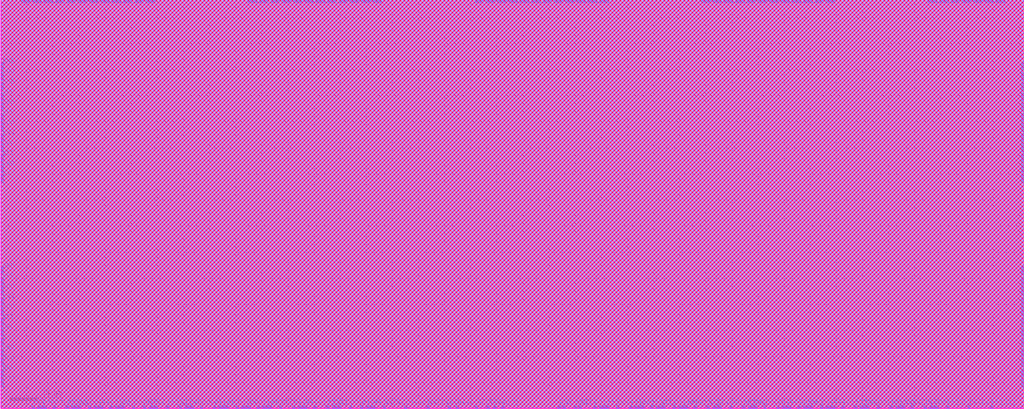
<source format=lef>
# 
#              Synchronous High Speed Single Port SRAM Compiler 
# 
#                    UMC 0.18um GenericII Logic Process
#    __________________________________________________________________________
# 
# 
#      (C) Copyright 2002-2009 Faraday Technology Corp. All Rights Reserved.
#    
#    This source code is an unpublished work belongs to Faraday Technology
#    Corp.  It is considered a trade secret and is not to be divulged or
#    used by parties who have not received written authorization from
#    Faraday Technology Corp.
#    
#    Faraday's home page can be found at:
#    http://www.faraday-tech.com/
#   
#       Module Name      : tag_array
#       Words            : 64
#       Bits             : 22
#       Byte-Write       : 1
#       Aspect Ratio     : 1
#       Output Loading   : 1.3  (pf)
#       Data Slew        : 1.0  (ns)
#       CK Slew          : 1.0  (ns)
#       Power Ring Width : 2  (um)
# 
# -----------------------------------------------------------------------------
# 
#       Library          : FSA0M_A
#       Memaker          : 200901.2.1
#       Date             : 2017/09/14 14:02:18
# 
# -----------------------------------------------------------------------------


NAMESCASESENSITIVE ON ;
MACRO tag_array
CLASS BLOCK ;
FOREIGN tag_array 0.000 0.000 ;
ORIGIN 0.000 0.000 ;
SIZE 391.840 BY 156.800 ;
SYMMETRY x y r90 ;
#SITE core ;
PIN GND
  DIRECTION INOUT ;
  USE GROUND ;
  SHAPE ABUTMENT ;
 PORT
  LAYER metal4 ;
  RECT 390.720 129.700 391.840 132.940 ;
  LAYER metal3 ;
  RECT 390.720 129.700 391.840 132.940 ;
  LAYER metal2 ;
  RECT 390.720 129.700 391.840 132.940 ;
  LAYER metal1 ;
  RECT 390.720 129.700 391.840 132.940 ;
 END
 PORT
  LAYER metal4 ;
  RECT 390.720 121.860 391.840 125.100 ;
  LAYER metal3 ;
  RECT 390.720 121.860 391.840 125.100 ;
  LAYER metal2 ;
  RECT 390.720 121.860 391.840 125.100 ;
  LAYER metal1 ;
  RECT 390.720 121.860 391.840 125.100 ;
 END
 PORT
  LAYER metal4 ;
  RECT 390.720 114.020 391.840 117.260 ;
  LAYER metal3 ;
  RECT 390.720 114.020 391.840 117.260 ;
  LAYER metal2 ;
  RECT 390.720 114.020 391.840 117.260 ;
  LAYER metal1 ;
  RECT 390.720 114.020 391.840 117.260 ;
 END
 PORT
  LAYER metal4 ;
  RECT 390.720 106.180 391.840 109.420 ;
  LAYER metal3 ;
  RECT 390.720 106.180 391.840 109.420 ;
  LAYER metal2 ;
  RECT 390.720 106.180 391.840 109.420 ;
  LAYER metal1 ;
  RECT 390.720 106.180 391.840 109.420 ;
 END
 PORT
  LAYER metal4 ;
  RECT 390.720 98.340 391.840 101.580 ;
  LAYER metal3 ;
  RECT 390.720 98.340 391.840 101.580 ;
  LAYER metal2 ;
  RECT 390.720 98.340 391.840 101.580 ;
  LAYER metal1 ;
  RECT 390.720 98.340 391.840 101.580 ;
 END
 PORT
  LAYER metal4 ;
  RECT 390.720 90.500 391.840 93.740 ;
  LAYER metal3 ;
  RECT 390.720 90.500 391.840 93.740 ;
  LAYER metal2 ;
  RECT 390.720 90.500 391.840 93.740 ;
  LAYER metal1 ;
  RECT 390.720 90.500 391.840 93.740 ;
 END
 PORT
  LAYER metal4 ;
  RECT 390.720 51.300 391.840 54.540 ;
  LAYER metal3 ;
  RECT 390.720 51.300 391.840 54.540 ;
  LAYER metal2 ;
  RECT 390.720 51.300 391.840 54.540 ;
  LAYER metal1 ;
  RECT 390.720 51.300 391.840 54.540 ;
 END
 PORT
  LAYER metal4 ;
  RECT 390.720 43.460 391.840 46.700 ;
  LAYER metal3 ;
  RECT 390.720 43.460 391.840 46.700 ;
  LAYER metal2 ;
  RECT 390.720 43.460 391.840 46.700 ;
  LAYER metal1 ;
  RECT 390.720 43.460 391.840 46.700 ;
 END
 PORT
  LAYER metal4 ;
  RECT 390.720 35.620 391.840 38.860 ;
  LAYER metal3 ;
  RECT 390.720 35.620 391.840 38.860 ;
  LAYER metal2 ;
  RECT 390.720 35.620 391.840 38.860 ;
  LAYER metal1 ;
  RECT 390.720 35.620 391.840 38.860 ;
 END
 PORT
  LAYER metal4 ;
  RECT 390.720 27.780 391.840 31.020 ;
  LAYER metal3 ;
  RECT 390.720 27.780 391.840 31.020 ;
  LAYER metal2 ;
  RECT 390.720 27.780 391.840 31.020 ;
  LAYER metal1 ;
  RECT 390.720 27.780 391.840 31.020 ;
 END
 PORT
  LAYER metal4 ;
  RECT 390.720 19.940 391.840 23.180 ;
  LAYER metal3 ;
  RECT 390.720 19.940 391.840 23.180 ;
  LAYER metal2 ;
  RECT 390.720 19.940 391.840 23.180 ;
  LAYER metal1 ;
  RECT 390.720 19.940 391.840 23.180 ;
 END
 PORT
  LAYER metal4 ;
  RECT 390.720 12.100 391.840 15.340 ;
  LAYER metal3 ;
  RECT 390.720 12.100 391.840 15.340 ;
  LAYER metal2 ;
  RECT 390.720 12.100 391.840 15.340 ;
  LAYER metal1 ;
  RECT 390.720 12.100 391.840 15.340 ;
 END
 PORT
  LAYER metal4 ;
  RECT 0.000 129.700 1.120 132.940 ;
  LAYER metal3 ;
  RECT 0.000 129.700 1.120 132.940 ;
  LAYER metal2 ;
  RECT 0.000 129.700 1.120 132.940 ;
  LAYER metal1 ;
  RECT 0.000 129.700 1.120 132.940 ;
 END
 PORT
  LAYER metal4 ;
  RECT 0.000 121.860 1.120 125.100 ;
  LAYER metal3 ;
  RECT 0.000 121.860 1.120 125.100 ;
  LAYER metal2 ;
  RECT 0.000 121.860 1.120 125.100 ;
  LAYER metal1 ;
  RECT 0.000 121.860 1.120 125.100 ;
 END
 PORT
  LAYER metal4 ;
  RECT 0.000 114.020 1.120 117.260 ;
  LAYER metal3 ;
  RECT 0.000 114.020 1.120 117.260 ;
  LAYER metal2 ;
  RECT 0.000 114.020 1.120 117.260 ;
  LAYER metal1 ;
  RECT 0.000 114.020 1.120 117.260 ;
 END
 PORT
  LAYER metal4 ;
  RECT 0.000 106.180 1.120 109.420 ;
  LAYER metal3 ;
  RECT 0.000 106.180 1.120 109.420 ;
  LAYER metal2 ;
  RECT 0.000 106.180 1.120 109.420 ;
  LAYER metal1 ;
  RECT 0.000 106.180 1.120 109.420 ;
 END
 PORT
  LAYER metal4 ;
  RECT 0.000 98.340 1.120 101.580 ;
  LAYER metal3 ;
  RECT 0.000 98.340 1.120 101.580 ;
  LAYER metal2 ;
  RECT 0.000 98.340 1.120 101.580 ;
  LAYER metal1 ;
  RECT 0.000 98.340 1.120 101.580 ;
 END
 PORT
  LAYER metal4 ;
  RECT 0.000 90.500 1.120 93.740 ;
  LAYER metal3 ;
  RECT 0.000 90.500 1.120 93.740 ;
  LAYER metal2 ;
  RECT 0.000 90.500 1.120 93.740 ;
  LAYER metal1 ;
  RECT 0.000 90.500 1.120 93.740 ;
 END
 PORT
  LAYER metal4 ;
  RECT 0.000 51.300 1.120 54.540 ;
  LAYER metal3 ;
  RECT 0.000 51.300 1.120 54.540 ;
  LAYER metal2 ;
  RECT 0.000 51.300 1.120 54.540 ;
  LAYER metal1 ;
  RECT 0.000 51.300 1.120 54.540 ;
 END
 PORT
  LAYER metal4 ;
  RECT 0.000 43.460 1.120 46.700 ;
  LAYER metal3 ;
  RECT 0.000 43.460 1.120 46.700 ;
  LAYER metal2 ;
  RECT 0.000 43.460 1.120 46.700 ;
  LAYER metal1 ;
  RECT 0.000 43.460 1.120 46.700 ;
 END
 PORT
  LAYER metal4 ;
  RECT 0.000 35.620 1.120 38.860 ;
  LAYER metal3 ;
  RECT 0.000 35.620 1.120 38.860 ;
  LAYER metal2 ;
  RECT 0.000 35.620 1.120 38.860 ;
  LAYER metal1 ;
  RECT 0.000 35.620 1.120 38.860 ;
 END
 PORT
  LAYER metal4 ;
  RECT 0.000 27.780 1.120 31.020 ;
  LAYER metal3 ;
  RECT 0.000 27.780 1.120 31.020 ;
  LAYER metal2 ;
  RECT 0.000 27.780 1.120 31.020 ;
  LAYER metal1 ;
  RECT 0.000 27.780 1.120 31.020 ;
 END
 PORT
  LAYER metal4 ;
  RECT 0.000 19.940 1.120 23.180 ;
  LAYER metal3 ;
  RECT 0.000 19.940 1.120 23.180 ;
  LAYER metal2 ;
  RECT 0.000 19.940 1.120 23.180 ;
  LAYER metal1 ;
  RECT 0.000 19.940 1.120 23.180 ;
 END
 PORT
  LAYER metal4 ;
  RECT 0.000 12.100 1.120 15.340 ;
  LAYER metal3 ;
  RECT 0.000 12.100 1.120 15.340 ;
  LAYER metal2 ;
  RECT 0.000 12.100 1.120 15.340 ;
  LAYER metal1 ;
  RECT 0.000 12.100 1.120 15.340 ;
 END
 PORT
  LAYER metal4 ;
  RECT 376.740 155.680 380.280 156.800 ;
  LAYER metal3 ;
  RECT 376.740 155.680 380.280 156.800 ;
  LAYER metal2 ;
  RECT 376.740 155.680 380.280 156.800 ;
  LAYER metal1 ;
  RECT 376.740 155.680 380.280 156.800 ;
 END
 PORT
  LAYER metal4 ;
  RECT 368.060 155.680 371.600 156.800 ;
  LAYER metal3 ;
  RECT 368.060 155.680 371.600 156.800 ;
  LAYER metal2 ;
  RECT 368.060 155.680 371.600 156.800 ;
  LAYER metal1 ;
  RECT 368.060 155.680 371.600 156.800 ;
 END
 PORT
  LAYER metal4 ;
  RECT 359.380 155.680 362.920 156.800 ;
  LAYER metal3 ;
  RECT 359.380 155.680 362.920 156.800 ;
  LAYER metal2 ;
  RECT 359.380 155.680 362.920 156.800 ;
  LAYER metal1 ;
  RECT 359.380 155.680 362.920 156.800 ;
 END
 PORT
  LAYER metal4 ;
  RECT 315.980 155.680 319.520 156.800 ;
  LAYER metal3 ;
  RECT 315.980 155.680 319.520 156.800 ;
  LAYER metal2 ;
  RECT 315.980 155.680 319.520 156.800 ;
  LAYER metal1 ;
  RECT 315.980 155.680 319.520 156.800 ;
 END
 PORT
  LAYER metal4 ;
  RECT 307.300 155.680 310.840 156.800 ;
  LAYER metal3 ;
  RECT 307.300 155.680 310.840 156.800 ;
  LAYER metal2 ;
  RECT 307.300 155.680 310.840 156.800 ;
  LAYER metal1 ;
  RECT 307.300 155.680 310.840 156.800 ;
 END
 PORT
  LAYER metal4 ;
  RECT 298.620 155.680 302.160 156.800 ;
  LAYER metal3 ;
  RECT 298.620 155.680 302.160 156.800 ;
  LAYER metal2 ;
  RECT 298.620 155.680 302.160 156.800 ;
  LAYER metal1 ;
  RECT 298.620 155.680 302.160 156.800 ;
 END
 PORT
  LAYER metal4 ;
  RECT 289.940 155.680 293.480 156.800 ;
  LAYER metal3 ;
  RECT 289.940 155.680 293.480 156.800 ;
  LAYER metal2 ;
  RECT 289.940 155.680 293.480 156.800 ;
  LAYER metal1 ;
  RECT 289.940 155.680 293.480 156.800 ;
 END
 PORT
  LAYER metal4 ;
  RECT 281.260 155.680 284.800 156.800 ;
  LAYER metal3 ;
  RECT 281.260 155.680 284.800 156.800 ;
  LAYER metal2 ;
  RECT 281.260 155.680 284.800 156.800 ;
  LAYER metal1 ;
  RECT 281.260 155.680 284.800 156.800 ;
 END
 PORT
  LAYER metal4 ;
  RECT 272.580 155.680 276.120 156.800 ;
  LAYER metal3 ;
  RECT 272.580 155.680 276.120 156.800 ;
  LAYER metal2 ;
  RECT 272.580 155.680 276.120 156.800 ;
  LAYER metal1 ;
  RECT 272.580 155.680 276.120 156.800 ;
 END
 PORT
  LAYER metal4 ;
  RECT 229.180 155.680 232.720 156.800 ;
  LAYER metal3 ;
  RECT 229.180 155.680 232.720 156.800 ;
  LAYER metal2 ;
  RECT 229.180 155.680 232.720 156.800 ;
  LAYER metal1 ;
  RECT 229.180 155.680 232.720 156.800 ;
 END
 PORT
  LAYER metal4 ;
  RECT 220.500 155.680 224.040 156.800 ;
  LAYER metal3 ;
  RECT 220.500 155.680 224.040 156.800 ;
  LAYER metal2 ;
  RECT 220.500 155.680 224.040 156.800 ;
  LAYER metal1 ;
  RECT 220.500 155.680 224.040 156.800 ;
 END
 PORT
  LAYER metal4 ;
  RECT 211.820 155.680 215.360 156.800 ;
  LAYER metal3 ;
  RECT 211.820 155.680 215.360 156.800 ;
  LAYER metal2 ;
  RECT 211.820 155.680 215.360 156.800 ;
  LAYER metal1 ;
  RECT 211.820 155.680 215.360 156.800 ;
 END
 PORT
  LAYER metal4 ;
  RECT 203.140 155.680 206.680 156.800 ;
  LAYER metal3 ;
  RECT 203.140 155.680 206.680 156.800 ;
  LAYER metal2 ;
  RECT 203.140 155.680 206.680 156.800 ;
  LAYER metal1 ;
  RECT 203.140 155.680 206.680 156.800 ;
 END
 PORT
  LAYER metal4 ;
  RECT 194.460 155.680 198.000 156.800 ;
  LAYER metal3 ;
  RECT 194.460 155.680 198.000 156.800 ;
  LAYER metal2 ;
  RECT 194.460 155.680 198.000 156.800 ;
  LAYER metal1 ;
  RECT 194.460 155.680 198.000 156.800 ;
 END
 PORT
  LAYER metal4 ;
  RECT 185.780 155.680 189.320 156.800 ;
  LAYER metal3 ;
  RECT 185.780 155.680 189.320 156.800 ;
  LAYER metal2 ;
  RECT 185.780 155.680 189.320 156.800 ;
  LAYER metal1 ;
  RECT 185.780 155.680 189.320 156.800 ;
 END
 PORT
  LAYER metal4 ;
  RECT 142.380 155.680 145.920 156.800 ;
  LAYER metal3 ;
  RECT 142.380 155.680 145.920 156.800 ;
  LAYER metal2 ;
  RECT 142.380 155.680 145.920 156.800 ;
  LAYER metal1 ;
  RECT 142.380 155.680 145.920 156.800 ;
 END
 PORT
  LAYER metal4 ;
  RECT 133.700 155.680 137.240 156.800 ;
  LAYER metal3 ;
  RECT 133.700 155.680 137.240 156.800 ;
  LAYER metal2 ;
  RECT 133.700 155.680 137.240 156.800 ;
  LAYER metal1 ;
  RECT 133.700 155.680 137.240 156.800 ;
 END
 PORT
  LAYER metal4 ;
  RECT 125.020 155.680 128.560 156.800 ;
  LAYER metal3 ;
  RECT 125.020 155.680 128.560 156.800 ;
  LAYER metal2 ;
  RECT 125.020 155.680 128.560 156.800 ;
  LAYER metal1 ;
  RECT 125.020 155.680 128.560 156.800 ;
 END
 PORT
  LAYER metal4 ;
  RECT 116.340 155.680 119.880 156.800 ;
  LAYER metal3 ;
  RECT 116.340 155.680 119.880 156.800 ;
  LAYER metal2 ;
  RECT 116.340 155.680 119.880 156.800 ;
  LAYER metal1 ;
  RECT 116.340 155.680 119.880 156.800 ;
 END
 PORT
  LAYER metal4 ;
  RECT 107.660 155.680 111.200 156.800 ;
  LAYER metal3 ;
  RECT 107.660 155.680 111.200 156.800 ;
  LAYER metal2 ;
  RECT 107.660 155.680 111.200 156.800 ;
  LAYER metal1 ;
  RECT 107.660 155.680 111.200 156.800 ;
 END
 PORT
  LAYER metal4 ;
  RECT 98.980 155.680 102.520 156.800 ;
  LAYER metal3 ;
  RECT 98.980 155.680 102.520 156.800 ;
  LAYER metal2 ;
  RECT 98.980 155.680 102.520 156.800 ;
  LAYER metal1 ;
  RECT 98.980 155.680 102.520 156.800 ;
 END
 PORT
  LAYER metal4 ;
  RECT 55.580 155.680 59.120 156.800 ;
  LAYER metal3 ;
  RECT 55.580 155.680 59.120 156.800 ;
  LAYER metal2 ;
  RECT 55.580 155.680 59.120 156.800 ;
  LAYER metal1 ;
  RECT 55.580 155.680 59.120 156.800 ;
 END
 PORT
  LAYER metal4 ;
  RECT 46.900 155.680 50.440 156.800 ;
  LAYER metal3 ;
  RECT 46.900 155.680 50.440 156.800 ;
  LAYER metal2 ;
  RECT 46.900 155.680 50.440 156.800 ;
  LAYER metal1 ;
  RECT 46.900 155.680 50.440 156.800 ;
 END
 PORT
  LAYER metal4 ;
  RECT 38.220 155.680 41.760 156.800 ;
  LAYER metal3 ;
  RECT 38.220 155.680 41.760 156.800 ;
  LAYER metal2 ;
  RECT 38.220 155.680 41.760 156.800 ;
  LAYER metal1 ;
  RECT 38.220 155.680 41.760 156.800 ;
 END
 PORT
  LAYER metal4 ;
  RECT 29.540 155.680 33.080 156.800 ;
  LAYER metal3 ;
  RECT 29.540 155.680 33.080 156.800 ;
  LAYER metal2 ;
  RECT 29.540 155.680 33.080 156.800 ;
  LAYER metal1 ;
  RECT 29.540 155.680 33.080 156.800 ;
 END
 PORT
  LAYER metal4 ;
  RECT 20.860 155.680 24.400 156.800 ;
  LAYER metal3 ;
  RECT 20.860 155.680 24.400 156.800 ;
  LAYER metal2 ;
  RECT 20.860 155.680 24.400 156.800 ;
  LAYER metal1 ;
  RECT 20.860 155.680 24.400 156.800 ;
 END
 PORT
  LAYER metal4 ;
  RECT 12.180 155.680 15.720 156.800 ;
  LAYER metal3 ;
  RECT 12.180 155.680 15.720 156.800 ;
  LAYER metal2 ;
  RECT 12.180 155.680 15.720 156.800 ;
  LAYER metal1 ;
  RECT 12.180 155.680 15.720 156.800 ;
 END
 PORT
  LAYER metal4 ;
  RECT 355.660 0.000 359.200 1.120 ;
  LAYER metal3 ;
  RECT 355.660 0.000 359.200 1.120 ;
  LAYER metal2 ;
  RECT 355.660 0.000 359.200 1.120 ;
  LAYER metal1 ;
  RECT 355.660 0.000 359.200 1.120 ;
 END
 PORT
  LAYER metal4 ;
  RECT 329.000 0.000 332.540 1.120 ;
  LAYER metal3 ;
  RECT 329.000 0.000 332.540 1.120 ;
  LAYER metal2 ;
  RECT 329.000 0.000 332.540 1.120 ;
  LAYER metal1 ;
  RECT 329.000 0.000 332.540 1.120 ;
 END
 PORT
  LAYER metal4 ;
  RECT 307.300 0.000 310.840 1.120 ;
  LAYER metal3 ;
  RECT 307.300 0.000 310.840 1.120 ;
  LAYER metal2 ;
  RECT 307.300 0.000 310.840 1.120 ;
  LAYER metal1 ;
  RECT 307.300 0.000 310.840 1.120 ;
 END
 PORT
  LAYER metal4 ;
  RECT 286.220 0.000 289.760 1.120 ;
  LAYER metal3 ;
  RECT 286.220 0.000 289.760 1.120 ;
  LAYER metal2 ;
  RECT 286.220 0.000 289.760 1.120 ;
  LAYER metal1 ;
  RECT 286.220 0.000 289.760 1.120 ;
 END
 PORT
  LAYER metal4 ;
  RECT 259.560 0.000 263.100 1.120 ;
  LAYER metal3 ;
  RECT 259.560 0.000 263.100 1.120 ;
  LAYER metal2 ;
  RECT 259.560 0.000 263.100 1.120 ;
  LAYER metal1 ;
  RECT 259.560 0.000 263.100 1.120 ;
 END
 PORT
  LAYER metal4 ;
  RECT 242.820 0.000 246.360 1.120 ;
  LAYER metal3 ;
  RECT 242.820 0.000 246.360 1.120 ;
  LAYER metal2 ;
  RECT 242.820 0.000 246.360 1.120 ;
  LAYER metal1 ;
  RECT 242.820 0.000 246.360 1.120 ;
 END
 PORT
  LAYER metal4 ;
  RECT 139.900 0.000 143.440 1.120 ;
  LAYER metal3 ;
  RECT 139.900 0.000 143.440 1.120 ;
  LAYER metal2 ;
  RECT 139.900 0.000 143.440 1.120 ;
  LAYER metal1 ;
  RECT 139.900 0.000 143.440 1.120 ;
 END
 PORT
  LAYER metal4 ;
  RECT 113.860 0.000 117.400 1.120 ;
  LAYER metal3 ;
  RECT 113.860 0.000 117.400 1.120 ;
  LAYER metal2 ;
  RECT 113.860 0.000 117.400 1.120 ;
  LAYER metal1 ;
  RECT 113.860 0.000 117.400 1.120 ;
 END
 PORT
  LAYER metal4 ;
  RECT 92.160 0.000 95.700 1.120 ;
  LAYER metal3 ;
  RECT 92.160 0.000 95.700 1.120 ;
  LAYER metal2 ;
  RECT 92.160 0.000 95.700 1.120 ;
  LAYER metal1 ;
  RECT 92.160 0.000 95.700 1.120 ;
 END
 PORT
  LAYER metal4 ;
  RECT 70.460 0.000 74.000 1.120 ;
  LAYER metal3 ;
  RECT 70.460 0.000 74.000 1.120 ;
  LAYER metal2 ;
  RECT 70.460 0.000 74.000 1.120 ;
  LAYER metal1 ;
  RECT 70.460 0.000 74.000 1.120 ;
 END
 PORT
  LAYER metal4 ;
  RECT 43.800 0.000 47.340 1.120 ;
  LAYER metal3 ;
  RECT 43.800 0.000 47.340 1.120 ;
  LAYER metal2 ;
  RECT 43.800 0.000 47.340 1.120 ;
  LAYER metal1 ;
  RECT 43.800 0.000 47.340 1.120 ;
 END
 PORT
  LAYER metal4 ;
  RECT 27.060 0.000 30.600 1.120 ;
  LAYER metal3 ;
  RECT 27.060 0.000 30.600 1.120 ;
  LAYER metal2 ;
  RECT 27.060 0.000 30.600 1.120 ;
  LAYER metal1 ;
  RECT 27.060 0.000 30.600 1.120 ;
 END
END GND
PIN VCC
  DIRECTION INOUT ;
  USE POWER ;
  SHAPE ABUTMENT ;
 PORT
  LAYER metal4 ;
  RECT 390.720 125.780 391.840 129.020 ;
  LAYER metal3 ;
  RECT 390.720 125.780 391.840 129.020 ;
  LAYER metal2 ;
  RECT 390.720 125.780 391.840 129.020 ;
  LAYER metal1 ;
  RECT 390.720 125.780 391.840 129.020 ;
 END
 PORT
  LAYER metal4 ;
  RECT 390.720 117.940 391.840 121.180 ;
  LAYER metal3 ;
  RECT 390.720 117.940 391.840 121.180 ;
  LAYER metal2 ;
  RECT 390.720 117.940 391.840 121.180 ;
  LAYER metal1 ;
  RECT 390.720 117.940 391.840 121.180 ;
 END
 PORT
  LAYER metal4 ;
  RECT 390.720 110.100 391.840 113.340 ;
  LAYER metal3 ;
  RECT 390.720 110.100 391.840 113.340 ;
  LAYER metal2 ;
  RECT 390.720 110.100 391.840 113.340 ;
  LAYER metal1 ;
  RECT 390.720 110.100 391.840 113.340 ;
 END
 PORT
  LAYER metal4 ;
  RECT 390.720 102.260 391.840 105.500 ;
  LAYER metal3 ;
  RECT 390.720 102.260 391.840 105.500 ;
  LAYER metal2 ;
  RECT 390.720 102.260 391.840 105.500 ;
  LAYER metal1 ;
  RECT 390.720 102.260 391.840 105.500 ;
 END
 PORT
  LAYER metal4 ;
  RECT 390.720 94.420 391.840 97.660 ;
  LAYER metal3 ;
  RECT 390.720 94.420 391.840 97.660 ;
  LAYER metal2 ;
  RECT 390.720 94.420 391.840 97.660 ;
  LAYER metal1 ;
  RECT 390.720 94.420 391.840 97.660 ;
 END
 PORT
  LAYER metal4 ;
  RECT 390.720 86.580 391.840 89.820 ;
  LAYER metal3 ;
  RECT 390.720 86.580 391.840 89.820 ;
  LAYER metal2 ;
  RECT 390.720 86.580 391.840 89.820 ;
  LAYER metal1 ;
  RECT 390.720 86.580 391.840 89.820 ;
 END
 PORT
  LAYER metal4 ;
  RECT 390.720 47.380 391.840 50.620 ;
  LAYER metal3 ;
  RECT 390.720 47.380 391.840 50.620 ;
  LAYER metal2 ;
  RECT 390.720 47.380 391.840 50.620 ;
  LAYER metal1 ;
  RECT 390.720 47.380 391.840 50.620 ;
 END
 PORT
  LAYER metal4 ;
  RECT 390.720 39.540 391.840 42.780 ;
  LAYER metal3 ;
  RECT 390.720 39.540 391.840 42.780 ;
  LAYER metal2 ;
  RECT 390.720 39.540 391.840 42.780 ;
  LAYER metal1 ;
  RECT 390.720 39.540 391.840 42.780 ;
 END
 PORT
  LAYER metal4 ;
  RECT 390.720 31.700 391.840 34.940 ;
  LAYER metal3 ;
  RECT 390.720 31.700 391.840 34.940 ;
  LAYER metal2 ;
  RECT 390.720 31.700 391.840 34.940 ;
  LAYER metal1 ;
  RECT 390.720 31.700 391.840 34.940 ;
 END
 PORT
  LAYER metal4 ;
  RECT 390.720 23.860 391.840 27.100 ;
  LAYER metal3 ;
  RECT 390.720 23.860 391.840 27.100 ;
  LAYER metal2 ;
  RECT 390.720 23.860 391.840 27.100 ;
  LAYER metal1 ;
  RECT 390.720 23.860 391.840 27.100 ;
 END
 PORT
  LAYER metal4 ;
  RECT 390.720 16.020 391.840 19.260 ;
  LAYER metal3 ;
  RECT 390.720 16.020 391.840 19.260 ;
  LAYER metal2 ;
  RECT 390.720 16.020 391.840 19.260 ;
  LAYER metal1 ;
  RECT 390.720 16.020 391.840 19.260 ;
 END
 PORT
  LAYER metal4 ;
  RECT 390.720 8.180 391.840 11.420 ;
  LAYER metal3 ;
  RECT 390.720 8.180 391.840 11.420 ;
  LAYER metal2 ;
  RECT 390.720 8.180 391.840 11.420 ;
  LAYER metal1 ;
  RECT 390.720 8.180 391.840 11.420 ;
 END
 PORT
  LAYER metal4 ;
  RECT 0.000 125.780 1.120 129.020 ;
  LAYER metal3 ;
  RECT 0.000 125.780 1.120 129.020 ;
  LAYER metal2 ;
  RECT 0.000 125.780 1.120 129.020 ;
  LAYER metal1 ;
  RECT 0.000 125.780 1.120 129.020 ;
 END
 PORT
  LAYER metal4 ;
  RECT 0.000 117.940 1.120 121.180 ;
  LAYER metal3 ;
  RECT 0.000 117.940 1.120 121.180 ;
  LAYER metal2 ;
  RECT 0.000 117.940 1.120 121.180 ;
  LAYER metal1 ;
  RECT 0.000 117.940 1.120 121.180 ;
 END
 PORT
  LAYER metal4 ;
  RECT 0.000 110.100 1.120 113.340 ;
  LAYER metal3 ;
  RECT 0.000 110.100 1.120 113.340 ;
  LAYER metal2 ;
  RECT 0.000 110.100 1.120 113.340 ;
  LAYER metal1 ;
  RECT 0.000 110.100 1.120 113.340 ;
 END
 PORT
  LAYER metal4 ;
  RECT 0.000 102.260 1.120 105.500 ;
  LAYER metal3 ;
  RECT 0.000 102.260 1.120 105.500 ;
  LAYER metal2 ;
  RECT 0.000 102.260 1.120 105.500 ;
  LAYER metal1 ;
  RECT 0.000 102.260 1.120 105.500 ;
 END
 PORT
  LAYER metal4 ;
  RECT 0.000 94.420 1.120 97.660 ;
  LAYER metal3 ;
  RECT 0.000 94.420 1.120 97.660 ;
  LAYER metal2 ;
  RECT 0.000 94.420 1.120 97.660 ;
  LAYER metal1 ;
  RECT 0.000 94.420 1.120 97.660 ;
 END
 PORT
  LAYER metal4 ;
  RECT 0.000 86.580 1.120 89.820 ;
  LAYER metal3 ;
  RECT 0.000 86.580 1.120 89.820 ;
  LAYER metal2 ;
  RECT 0.000 86.580 1.120 89.820 ;
  LAYER metal1 ;
  RECT 0.000 86.580 1.120 89.820 ;
 END
 PORT
  LAYER metal4 ;
  RECT 0.000 47.380 1.120 50.620 ;
  LAYER metal3 ;
  RECT 0.000 47.380 1.120 50.620 ;
  LAYER metal2 ;
  RECT 0.000 47.380 1.120 50.620 ;
  LAYER metal1 ;
  RECT 0.000 47.380 1.120 50.620 ;
 END
 PORT
  LAYER metal4 ;
  RECT 0.000 39.540 1.120 42.780 ;
  LAYER metal3 ;
  RECT 0.000 39.540 1.120 42.780 ;
  LAYER metal2 ;
  RECT 0.000 39.540 1.120 42.780 ;
  LAYER metal1 ;
  RECT 0.000 39.540 1.120 42.780 ;
 END
 PORT
  LAYER metal4 ;
  RECT 0.000 31.700 1.120 34.940 ;
  LAYER metal3 ;
  RECT 0.000 31.700 1.120 34.940 ;
  LAYER metal2 ;
  RECT 0.000 31.700 1.120 34.940 ;
  LAYER metal1 ;
  RECT 0.000 31.700 1.120 34.940 ;
 END
 PORT
  LAYER metal4 ;
  RECT 0.000 23.860 1.120 27.100 ;
  LAYER metal3 ;
  RECT 0.000 23.860 1.120 27.100 ;
  LAYER metal2 ;
  RECT 0.000 23.860 1.120 27.100 ;
  LAYER metal1 ;
  RECT 0.000 23.860 1.120 27.100 ;
 END
 PORT
  LAYER metal4 ;
  RECT 0.000 16.020 1.120 19.260 ;
  LAYER metal3 ;
  RECT 0.000 16.020 1.120 19.260 ;
  LAYER metal2 ;
  RECT 0.000 16.020 1.120 19.260 ;
  LAYER metal1 ;
  RECT 0.000 16.020 1.120 19.260 ;
 END
 PORT
  LAYER metal4 ;
  RECT 0.000 8.180 1.120 11.420 ;
  LAYER metal3 ;
  RECT 0.000 8.180 1.120 11.420 ;
  LAYER metal2 ;
  RECT 0.000 8.180 1.120 11.420 ;
  LAYER metal1 ;
  RECT 0.000 8.180 1.120 11.420 ;
 END
 PORT
  LAYER metal4 ;
  RECT 381.080 155.680 384.620 156.800 ;
  LAYER metal3 ;
  RECT 381.080 155.680 384.620 156.800 ;
  LAYER metal2 ;
  RECT 381.080 155.680 384.620 156.800 ;
  LAYER metal1 ;
  RECT 381.080 155.680 384.620 156.800 ;
 END
 PORT
  LAYER metal4 ;
  RECT 372.400 155.680 375.940 156.800 ;
  LAYER metal3 ;
  RECT 372.400 155.680 375.940 156.800 ;
  LAYER metal2 ;
  RECT 372.400 155.680 375.940 156.800 ;
  LAYER metal1 ;
  RECT 372.400 155.680 375.940 156.800 ;
 END
 PORT
  LAYER metal4 ;
  RECT 363.720 155.680 367.260 156.800 ;
  LAYER metal3 ;
  RECT 363.720 155.680 367.260 156.800 ;
  LAYER metal2 ;
  RECT 363.720 155.680 367.260 156.800 ;
  LAYER metal1 ;
  RECT 363.720 155.680 367.260 156.800 ;
 END
 PORT
  LAYER metal4 ;
  RECT 355.040 155.680 358.580 156.800 ;
  LAYER metal3 ;
  RECT 355.040 155.680 358.580 156.800 ;
  LAYER metal2 ;
  RECT 355.040 155.680 358.580 156.800 ;
  LAYER metal1 ;
  RECT 355.040 155.680 358.580 156.800 ;
 END
 PORT
  LAYER metal4 ;
  RECT 311.640 155.680 315.180 156.800 ;
  LAYER metal3 ;
  RECT 311.640 155.680 315.180 156.800 ;
  LAYER metal2 ;
  RECT 311.640 155.680 315.180 156.800 ;
  LAYER metal1 ;
  RECT 311.640 155.680 315.180 156.800 ;
 END
 PORT
  LAYER metal4 ;
  RECT 302.960 155.680 306.500 156.800 ;
  LAYER metal3 ;
  RECT 302.960 155.680 306.500 156.800 ;
  LAYER metal2 ;
  RECT 302.960 155.680 306.500 156.800 ;
  LAYER metal1 ;
  RECT 302.960 155.680 306.500 156.800 ;
 END
 PORT
  LAYER metal4 ;
  RECT 294.280 155.680 297.820 156.800 ;
  LAYER metal3 ;
  RECT 294.280 155.680 297.820 156.800 ;
  LAYER metal2 ;
  RECT 294.280 155.680 297.820 156.800 ;
  LAYER metal1 ;
  RECT 294.280 155.680 297.820 156.800 ;
 END
 PORT
  LAYER metal4 ;
  RECT 285.600 155.680 289.140 156.800 ;
  LAYER metal3 ;
  RECT 285.600 155.680 289.140 156.800 ;
  LAYER metal2 ;
  RECT 285.600 155.680 289.140 156.800 ;
  LAYER metal1 ;
  RECT 285.600 155.680 289.140 156.800 ;
 END
 PORT
  LAYER metal4 ;
  RECT 276.920 155.680 280.460 156.800 ;
  LAYER metal3 ;
  RECT 276.920 155.680 280.460 156.800 ;
  LAYER metal2 ;
  RECT 276.920 155.680 280.460 156.800 ;
  LAYER metal1 ;
  RECT 276.920 155.680 280.460 156.800 ;
 END
 PORT
  LAYER metal4 ;
  RECT 268.240 155.680 271.780 156.800 ;
  LAYER metal3 ;
  RECT 268.240 155.680 271.780 156.800 ;
  LAYER metal2 ;
  RECT 268.240 155.680 271.780 156.800 ;
  LAYER metal1 ;
  RECT 268.240 155.680 271.780 156.800 ;
 END
 PORT
  LAYER metal4 ;
  RECT 224.840 155.680 228.380 156.800 ;
  LAYER metal3 ;
  RECT 224.840 155.680 228.380 156.800 ;
  LAYER metal2 ;
  RECT 224.840 155.680 228.380 156.800 ;
  LAYER metal1 ;
  RECT 224.840 155.680 228.380 156.800 ;
 END
 PORT
  LAYER metal4 ;
  RECT 216.160 155.680 219.700 156.800 ;
  LAYER metal3 ;
  RECT 216.160 155.680 219.700 156.800 ;
  LAYER metal2 ;
  RECT 216.160 155.680 219.700 156.800 ;
  LAYER metal1 ;
  RECT 216.160 155.680 219.700 156.800 ;
 END
 PORT
  LAYER metal4 ;
  RECT 207.480 155.680 211.020 156.800 ;
  LAYER metal3 ;
  RECT 207.480 155.680 211.020 156.800 ;
  LAYER metal2 ;
  RECT 207.480 155.680 211.020 156.800 ;
  LAYER metal1 ;
  RECT 207.480 155.680 211.020 156.800 ;
 END
 PORT
  LAYER metal4 ;
  RECT 198.800 155.680 202.340 156.800 ;
  LAYER metal3 ;
  RECT 198.800 155.680 202.340 156.800 ;
  LAYER metal2 ;
  RECT 198.800 155.680 202.340 156.800 ;
  LAYER metal1 ;
  RECT 198.800 155.680 202.340 156.800 ;
 END
 PORT
  LAYER metal4 ;
  RECT 190.120 155.680 193.660 156.800 ;
  LAYER metal3 ;
  RECT 190.120 155.680 193.660 156.800 ;
  LAYER metal2 ;
  RECT 190.120 155.680 193.660 156.800 ;
  LAYER metal1 ;
  RECT 190.120 155.680 193.660 156.800 ;
 END
 PORT
  LAYER metal4 ;
  RECT 181.440 155.680 184.980 156.800 ;
  LAYER metal3 ;
  RECT 181.440 155.680 184.980 156.800 ;
  LAYER metal2 ;
  RECT 181.440 155.680 184.980 156.800 ;
  LAYER metal1 ;
  RECT 181.440 155.680 184.980 156.800 ;
 END
 PORT
  LAYER metal4 ;
  RECT 138.040 155.680 141.580 156.800 ;
  LAYER metal3 ;
  RECT 138.040 155.680 141.580 156.800 ;
  LAYER metal2 ;
  RECT 138.040 155.680 141.580 156.800 ;
  LAYER metal1 ;
  RECT 138.040 155.680 141.580 156.800 ;
 END
 PORT
  LAYER metal4 ;
  RECT 129.360 155.680 132.900 156.800 ;
  LAYER metal3 ;
  RECT 129.360 155.680 132.900 156.800 ;
  LAYER metal2 ;
  RECT 129.360 155.680 132.900 156.800 ;
  LAYER metal1 ;
  RECT 129.360 155.680 132.900 156.800 ;
 END
 PORT
  LAYER metal4 ;
  RECT 120.680 155.680 124.220 156.800 ;
  LAYER metal3 ;
  RECT 120.680 155.680 124.220 156.800 ;
  LAYER metal2 ;
  RECT 120.680 155.680 124.220 156.800 ;
  LAYER metal1 ;
  RECT 120.680 155.680 124.220 156.800 ;
 END
 PORT
  LAYER metal4 ;
  RECT 112.000 155.680 115.540 156.800 ;
  LAYER metal3 ;
  RECT 112.000 155.680 115.540 156.800 ;
  LAYER metal2 ;
  RECT 112.000 155.680 115.540 156.800 ;
  LAYER metal1 ;
  RECT 112.000 155.680 115.540 156.800 ;
 END
 PORT
  LAYER metal4 ;
  RECT 103.320 155.680 106.860 156.800 ;
  LAYER metal3 ;
  RECT 103.320 155.680 106.860 156.800 ;
  LAYER metal2 ;
  RECT 103.320 155.680 106.860 156.800 ;
  LAYER metal1 ;
  RECT 103.320 155.680 106.860 156.800 ;
 END
 PORT
  LAYER metal4 ;
  RECT 94.640 155.680 98.180 156.800 ;
  LAYER metal3 ;
  RECT 94.640 155.680 98.180 156.800 ;
  LAYER metal2 ;
  RECT 94.640 155.680 98.180 156.800 ;
  LAYER metal1 ;
  RECT 94.640 155.680 98.180 156.800 ;
 END
 PORT
  LAYER metal4 ;
  RECT 51.240 155.680 54.780 156.800 ;
  LAYER metal3 ;
  RECT 51.240 155.680 54.780 156.800 ;
  LAYER metal2 ;
  RECT 51.240 155.680 54.780 156.800 ;
  LAYER metal1 ;
  RECT 51.240 155.680 54.780 156.800 ;
 END
 PORT
  LAYER metal4 ;
  RECT 42.560 155.680 46.100 156.800 ;
  LAYER metal3 ;
  RECT 42.560 155.680 46.100 156.800 ;
  LAYER metal2 ;
  RECT 42.560 155.680 46.100 156.800 ;
  LAYER metal1 ;
  RECT 42.560 155.680 46.100 156.800 ;
 END
 PORT
  LAYER metal4 ;
  RECT 33.880 155.680 37.420 156.800 ;
  LAYER metal3 ;
  RECT 33.880 155.680 37.420 156.800 ;
  LAYER metal2 ;
  RECT 33.880 155.680 37.420 156.800 ;
  LAYER metal1 ;
  RECT 33.880 155.680 37.420 156.800 ;
 END
 PORT
  LAYER metal4 ;
  RECT 25.200 155.680 28.740 156.800 ;
  LAYER metal3 ;
  RECT 25.200 155.680 28.740 156.800 ;
  LAYER metal2 ;
  RECT 25.200 155.680 28.740 156.800 ;
  LAYER metal1 ;
  RECT 25.200 155.680 28.740 156.800 ;
 END
 PORT
  LAYER metal4 ;
  RECT 16.520 155.680 20.060 156.800 ;
  LAYER metal3 ;
  RECT 16.520 155.680 20.060 156.800 ;
  LAYER metal2 ;
  RECT 16.520 155.680 20.060 156.800 ;
  LAYER metal1 ;
  RECT 16.520 155.680 20.060 156.800 ;
 END
 PORT
  LAYER metal4 ;
  RECT 7.840 155.680 11.380 156.800 ;
  LAYER metal3 ;
  RECT 7.840 155.680 11.380 156.800 ;
  LAYER metal2 ;
  RECT 7.840 155.680 11.380 156.800 ;
  LAYER metal1 ;
  RECT 7.840 155.680 11.380 156.800 ;
 END
 PORT
  LAYER metal4 ;
  RECT 342.640 0.000 346.180 1.120 ;
  LAYER metal3 ;
  RECT 342.640 0.000 346.180 1.120 ;
  LAYER metal2 ;
  RECT 342.640 0.000 346.180 1.120 ;
  LAYER metal1 ;
  RECT 342.640 0.000 346.180 1.120 ;
 END
 PORT
  LAYER metal4 ;
  RECT 315.980 0.000 319.520 1.120 ;
  LAYER metal3 ;
  RECT 315.980 0.000 319.520 1.120 ;
  LAYER metal2 ;
  RECT 315.980 0.000 319.520 1.120 ;
  LAYER metal1 ;
  RECT 315.980 0.000 319.520 1.120 ;
 END
 PORT
  LAYER metal4 ;
  RECT 299.240 0.000 302.780 1.120 ;
  LAYER metal3 ;
  RECT 299.240 0.000 302.780 1.120 ;
  LAYER metal2 ;
  RECT 299.240 0.000 302.780 1.120 ;
  LAYER metal1 ;
  RECT 299.240 0.000 302.780 1.120 ;
 END
 PORT
  LAYER metal4 ;
  RECT 272.580 0.000 276.120 1.120 ;
  LAYER metal3 ;
  RECT 272.580 0.000 276.120 1.120 ;
  LAYER metal2 ;
  RECT 272.580 0.000 276.120 1.120 ;
  LAYER metal1 ;
  RECT 272.580 0.000 276.120 1.120 ;
 END
 PORT
  LAYER metal4 ;
  RECT 250.880 0.000 254.420 1.120 ;
  LAYER metal3 ;
  RECT 250.880 0.000 254.420 1.120 ;
  LAYER metal2 ;
  RECT 250.880 0.000 254.420 1.120 ;
  LAYER metal1 ;
  RECT 250.880 0.000 254.420 1.120 ;
 END
 PORT
  LAYER metal4 ;
  RECT 229.180 0.000 232.720 1.120 ;
  LAYER metal3 ;
  RECT 229.180 0.000 232.720 1.120 ;
  LAYER metal2 ;
  RECT 229.180 0.000 232.720 1.120 ;
  LAYER metal1 ;
  RECT 229.180 0.000 232.720 1.120 ;
 END
 PORT
  LAYER metal4 ;
  RECT 126.880 0.000 130.420 1.120 ;
  LAYER metal3 ;
  RECT 126.880 0.000 130.420 1.120 ;
  LAYER metal2 ;
  RECT 126.880 0.000 130.420 1.120 ;
  LAYER metal1 ;
  RECT 126.880 0.000 130.420 1.120 ;
 END
 PORT
  LAYER metal4 ;
  RECT 100.220 0.000 103.760 1.120 ;
  LAYER metal3 ;
  RECT 100.220 0.000 103.760 1.120 ;
  LAYER metal2 ;
  RECT 100.220 0.000 103.760 1.120 ;
  LAYER metal1 ;
  RECT 100.220 0.000 103.760 1.120 ;
 END
 PORT
  LAYER metal4 ;
  RECT 83.480 0.000 87.020 1.120 ;
  LAYER metal3 ;
  RECT 83.480 0.000 87.020 1.120 ;
  LAYER metal2 ;
  RECT 83.480 0.000 87.020 1.120 ;
  LAYER metal1 ;
  RECT 83.480 0.000 87.020 1.120 ;
 END
 PORT
  LAYER metal4 ;
  RECT 56.820 0.000 60.360 1.120 ;
  LAYER metal3 ;
  RECT 56.820 0.000 60.360 1.120 ;
  LAYER metal2 ;
  RECT 56.820 0.000 60.360 1.120 ;
  LAYER metal1 ;
  RECT 56.820 0.000 60.360 1.120 ;
 END
 PORT
  LAYER metal4 ;
  RECT 35.740 0.000 39.280 1.120 ;
  LAYER metal3 ;
  RECT 35.740 0.000 39.280 1.120 ;
  LAYER metal2 ;
  RECT 35.740 0.000 39.280 1.120 ;
  LAYER metal1 ;
  RECT 35.740 0.000 39.280 1.120 ;
 END
 PORT
  LAYER metal4 ;
  RECT 14.040 0.000 17.580 1.120 ;
  LAYER metal3 ;
  RECT 14.040 0.000 17.580 1.120 ;
  LAYER metal2 ;
  RECT 14.040 0.000 17.580 1.120 ;
  LAYER metal1 ;
  RECT 14.040 0.000 17.580 1.120 ;
 END
END VCC
PIN DO[21]
  DIRECTION OUTPUT ;
  CAPACITANCE 0.031 ;
 PORT
  LAYER metal4 ;
  RECT 378.880 0.000 380.000 1.120 ;
  LAYER metal3 ;
  RECT 378.880 0.000 380.000 1.120 ;
  LAYER metal2 ;
  RECT 378.880 0.000 380.000 1.120 ;
  LAYER metal1 ;
  RECT 378.880 0.000 380.000 1.120 ;
 END
END DO[21]
PIN DI[21]
  DIRECTION INPUT ;
  CAPACITANCE 0.012 ;
 PORT
  LAYER metal4 ;
  RECT 370.200 0.000 371.320 1.120 ;
  LAYER metal3 ;
  RECT 370.200 0.000 371.320 1.120 ;
  LAYER metal2 ;
  RECT 370.200 0.000 371.320 1.120 ;
  LAYER metal1 ;
  RECT 370.200 0.000 371.320 1.120 ;
 END
END DI[21]
PIN DO[20]
  DIRECTION OUTPUT ;
  CAPACITANCE 0.031 ;
 PORT
  LAYER metal4 ;
  RECT 362.140 0.000 363.260 1.120 ;
  LAYER metal3 ;
  RECT 362.140 0.000 363.260 1.120 ;
  LAYER metal2 ;
  RECT 362.140 0.000 363.260 1.120 ;
  LAYER metal1 ;
  RECT 362.140 0.000 363.260 1.120 ;
 END
END DO[20]
PIN DI[20]
  DIRECTION INPUT ;
  CAPACITANCE 0.012 ;
 PORT
  LAYER metal4 ;
  RECT 353.460 0.000 354.580 1.120 ;
  LAYER metal3 ;
  RECT 353.460 0.000 354.580 1.120 ;
  LAYER metal2 ;
  RECT 353.460 0.000 354.580 1.120 ;
  LAYER metal1 ;
  RECT 353.460 0.000 354.580 1.120 ;
 END
END DI[20]
PIN DO[19]
  DIRECTION OUTPUT ;
  CAPACITANCE 0.031 ;
 PORT
  LAYER metal4 ;
  RECT 348.500 0.000 349.620 1.120 ;
  LAYER metal3 ;
  RECT 348.500 0.000 349.620 1.120 ;
  LAYER metal2 ;
  RECT 348.500 0.000 349.620 1.120 ;
  LAYER metal1 ;
  RECT 348.500 0.000 349.620 1.120 ;
 END
END DO[19]
PIN DI[19]
  DIRECTION INPUT ;
  CAPACITANCE 0.012 ;
 PORT
  LAYER metal4 ;
  RECT 340.440 0.000 341.560 1.120 ;
  LAYER metal3 ;
  RECT 340.440 0.000 341.560 1.120 ;
  LAYER metal2 ;
  RECT 340.440 0.000 341.560 1.120 ;
  LAYER metal1 ;
  RECT 340.440 0.000 341.560 1.120 ;
 END
END DI[19]
PIN DO[18]
  DIRECTION OUTPUT ;
  CAPACITANCE 0.031 ;
 PORT
  LAYER metal4 ;
  RECT 335.480 0.000 336.600 1.120 ;
  LAYER metal3 ;
  RECT 335.480 0.000 336.600 1.120 ;
  LAYER metal2 ;
  RECT 335.480 0.000 336.600 1.120 ;
  LAYER metal1 ;
  RECT 335.480 0.000 336.600 1.120 ;
 END
END DO[18]
PIN DI[18]
  DIRECTION INPUT ;
  CAPACITANCE 0.012 ;
 PORT
  LAYER metal4 ;
  RECT 326.800 0.000 327.920 1.120 ;
  LAYER metal3 ;
  RECT 326.800 0.000 327.920 1.120 ;
  LAYER metal2 ;
  RECT 326.800 0.000 327.920 1.120 ;
  LAYER metal1 ;
  RECT 326.800 0.000 327.920 1.120 ;
 END
END DI[18]
PIN DO[17]
  DIRECTION OUTPUT ;
  CAPACITANCE 0.031 ;
 PORT
  LAYER metal4 ;
  RECT 321.840 0.000 322.960 1.120 ;
  LAYER metal3 ;
  RECT 321.840 0.000 322.960 1.120 ;
  LAYER metal2 ;
  RECT 321.840 0.000 322.960 1.120 ;
  LAYER metal1 ;
  RECT 321.840 0.000 322.960 1.120 ;
 END
END DO[17]
PIN DI[17]
  DIRECTION INPUT ;
  CAPACITANCE 0.012 ;
 PORT
  LAYER metal4 ;
  RECT 313.780 0.000 314.900 1.120 ;
  LAYER metal3 ;
  RECT 313.780 0.000 314.900 1.120 ;
  LAYER metal2 ;
  RECT 313.780 0.000 314.900 1.120 ;
  LAYER metal1 ;
  RECT 313.780 0.000 314.900 1.120 ;
 END
END DI[17]
PIN DO[16]
  DIRECTION OUTPUT ;
  CAPACITANCE 0.031 ;
 PORT
  LAYER metal4 ;
  RECT 305.100 0.000 306.220 1.120 ;
  LAYER metal3 ;
  RECT 305.100 0.000 306.220 1.120 ;
  LAYER metal2 ;
  RECT 305.100 0.000 306.220 1.120 ;
  LAYER metal1 ;
  RECT 305.100 0.000 306.220 1.120 ;
 END
END DO[16]
PIN DI[16]
  DIRECTION INPUT ;
  CAPACITANCE 0.012 ;
 PORT
  LAYER metal4 ;
  RECT 297.040 0.000 298.160 1.120 ;
  LAYER metal3 ;
  RECT 297.040 0.000 298.160 1.120 ;
  LAYER metal2 ;
  RECT 297.040 0.000 298.160 1.120 ;
  LAYER metal1 ;
  RECT 297.040 0.000 298.160 1.120 ;
 END
END DI[16]
PIN DO[15]
  DIRECTION OUTPUT ;
  CAPACITANCE 0.031 ;
 PORT
  LAYER metal4 ;
  RECT 292.080 0.000 293.200 1.120 ;
  LAYER metal3 ;
  RECT 292.080 0.000 293.200 1.120 ;
  LAYER metal2 ;
  RECT 292.080 0.000 293.200 1.120 ;
  LAYER metal1 ;
  RECT 292.080 0.000 293.200 1.120 ;
 END
END DO[15]
PIN DI[15]
  DIRECTION INPUT ;
  CAPACITANCE 0.012 ;
 PORT
  LAYER metal4 ;
  RECT 284.020 0.000 285.140 1.120 ;
  LAYER metal3 ;
  RECT 284.020 0.000 285.140 1.120 ;
  LAYER metal2 ;
  RECT 284.020 0.000 285.140 1.120 ;
  LAYER metal1 ;
  RECT 284.020 0.000 285.140 1.120 ;
 END
END DI[15]
PIN DO[14]
  DIRECTION OUTPUT ;
  CAPACITANCE 0.031 ;
 PORT
  LAYER metal4 ;
  RECT 279.060 0.000 280.180 1.120 ;
  LAYER metal3 ;
  RECT 279.060 0.000 280.180 1.120 ;
  LAYER metal2 ;
  RECT 279.060 0.000 280.180 1.120 ;
  LAYER metal1 ;
  RECT 279.060 0.000 280.180 1.120 ;
 END
END DO[14]
PIN DI[14]
  DIRECTION INPUT ;
  CAPACITANCE 0.012 ;
 PORT
  LAYER metal4 ;
  RECT 270.380 0.000 271.500 1.120 ;
  LAYER metal3 ;
  RECT 270.380 0.000 271.500 1.120 ;
  LAYER metal2 ;
  RECT 270.380 0.000 271.500 1.120 ;
  LAYER metal1 ;
  RECT 270.380 0.000 271.500 1.120 ;
 END
END DI[14]
PIN DO[13]
  DIRECTION OUTPUT ;
  CAPACITANCE 0.031 ;
 PORT
  LAYER metal4 ;
  RECT 265.420 0.000 266.540 1.120 ;
  LAYER metal3 ;
  RECT 265.420 0.000 266.540 1.120 ;
  LAYER metal2 ;
  RECT 265.420 0.000 266.540 1.120 ;
  LAYER metal1 ;
  RECT 265.420 0.000 266.540 1.120 ;
 END
END DO[13]
PIN DI[13]
  DIRECTION INPUT ;
  CAPACITANCE 0.012 ;
 PORT
  LAYER metal4 ;
  RECT 257.360 0.000 258.480 1.120 ;
  LAYER metal3 ;
  RECT 257.360 0.000 258.480 1.120 ;
  LAYER metal2 ;
  RECT 257.360 0.000 258.480 1.120 ;
  LAYER metal1 ;
  RECT 257.360 0.000 258.480 1.120 ;
 END
END DI[13]
PIN DO[12]
  DIRECTION OUTPUT ;
  CAPACITANCE 0.031 ;
 PORT
  LAYER metal4 ;
  RECT 248.680 0.000 249.800 1.120 ;
  LAYER metal3 ;
  RECT 248.680 0.000 249.800 1.120 ;
  LAYER metal2 ;
  RECT 248.680 0.000 249.800 1.120 ;
  LAYER metal1 ;
  RECT 248.680 0.000 249.800 1.120 ;
 END
END DO[12]
PIN DI[12]
  DIRECTION INPUT ;
  CAPACITANCE 0.012 ;
 PORT
  LAYER metal4 ;
  RECT 240.620 0.000 241.740 1.120 ;
  LAYER metal3 ;
  RECT 240.620 0.000 241.740 1.120 ;
  LAYER metal2 ;
  RECT 240.620 0.000 241.740 1.120 ;
  LAYER metal1 ;
  RECT 240.620 0.000 241.740 1.120 ;
 END
END DI[12]
PIN DO[11]
  DIRECTION OUTPUT ;
  CAPACITANCE 0.031 ;
 PORT
  LAYER metal4 ;
  RECT 235.660 0.000 236.780 1.120 ;
  LAYER metal3 ;
  RECT 235.660 0.000 236.780 1.120 ;
  LAYER metal2 ;
  RECT 235.660 0.000 236.780 1.120 ;
  LAYER metal1 ;
  RECT 235.660 0.000 236.780 1.120 ;
 END
END DO[11]
PIN DI[11]
  DIRECTION INPUT ;
  CAPACITANCE 0.012 ;
 PORT
  LAYER metal4 ;
  RECT 226.980 0.000 228.100 1.120 ;
  LAYER metal3 ;
  RECT 226.980 0.000 228.100 1.120 ;
  LAYER metal2 ;
  RECT 226.980 0.000 228.100 1.120 ;
  LAYER metal1 ;
  RECT 226.980 0.000 228.100 1.120 ;
 END
END DI[11]
PIN A[1]
  DIRECTION INPUT ;
  CAPACITANCE 0.027 ;
 PORT
  LAYER metal4 ;
  RECT 221.400 0.000 222.520 1.120 ;
  LAYER metal3 ;
  RECT 221.400 0.000 222.520 1.120 ;
  LAYER metal2 ;
  RECT 221.400 0.000 222.520 1.120 ;
  LAYER metal1 ;
  RECT 221.400 0.000 222.520 1.120 ;
 END
END A[1]
PIN WEB
  DIRECTION INPUT ;
  CAPACITANCE 0.011 ;
 PORT
  LAYER metal4 ;
  RECT 219.540 0.000 220.660 1.120 ;
  LAYER metal3 ;
  RECT 219.540 0.000 220.660 1.120 ;
  LAYER metal2 ;
  RECT 219.540 0.000 220.660 1.120 ;
  LAYER metal1 ;
  RECT 219.540 0.000 220.660 1.120 ;
 END
END WEB
PIN OE
  DIRECTION INPUT ;
  CAPACITANCE 0.033 ;
 PORT
  LAYER metal4 ;
  RECT 215.200 0.000 216.320 1.120 ;
  LAYER metal3 ;
  RECT 215.200 0.000 216.320 1.120 ;
  LAYER metal2 ;
  RECT 215.200 0.000 216.320 1.120 ;
  LAYER metal1 ;
  RECT 215.200 0.000 216.320 1.120 ;
 END
END OE
PIN CS
  DIRECTION INPUT ;
  CAPACITANCE 0.123 ;
 PORT
  LAYER metal4 ;
  RECT 213.340 0.000 214.460 1.120 ;
  LAYER metal3 ;
  RECT 213.340 0.000 214.460 1.120 ;
  LAYER metal2 ;
  RECT 213.340 0.000 214.460 1.120 ;
  LAYER metal1 ;
  RECT 213.340 0.000 214.460 1.120 ;
 END
END CS
PIN A[2]
  DIRECTION INPUT ;
  CAPACITANCE 0.027 ;
 PORT
  LAYER metal4 ;
  RECT 191.640 0.000 192.760 1.120 ;
  LAYER metal3 ;
  RECT 191.640 0.000 192.760 1.120 ;
  LAYER metal2 ;
  RECT 191.640 0.000 192.760 1.120 ;
  LAYER metal1 ;
  RECT 191.640 0.000 192.760 1.120 ;
 END
END A[2]
PIN CK
  DIRECTION INPUT ;
  CAPACITANCE 0.063 ;
 PORT
  LAYER metal4 ;
  RECT 188.540 0.000 189.660 1.120 ;
  LAYER metal3 ;
  RECT 188.540 0.000 189.660 1.120 ;
  LAYER metal2 ;
  RECT 188.540 0.000 189.660 1.120 ;
  LAYER metal1 ;
  RECT 188.540 0.000 189.660 1.120 ;
 END
END CK
PIN A[0]
  DIRECTION INPUT ;
  CAPACITANCE 0.027 ;
 PORT
  LAYER metal4 ;
  RECT 186.060 0.000 187.180 1.120 ;
  LAYER metal3 ;
  RECT 186.060 0.000 187.180 1.120 ;
  LAYER metal2 ;
  RECT 186.060 0.000 187.180 1.120 ;
  LAYER metal1 ;
  RECT 186.060 0.000 187.180 1.120 ;
 END
END A[0]
PIN A[3]
  DIRECTION INPUT ;
  CAPACITANCE 0.027 ;
 PORT
  LAYER metal4 ;
  RECT 181.720 0.000 182.840 1.120 ;
  LAYER metal3 ;
  RECT 181.720 0.000 182.840 1.120 ;
  LAYER metal2 ;
  RECT 181.720 0.000 182.840 1.120 ;
  LAYER metal1 ;
  RECT 181.720 0.000 182.840 1.120 ;
 END
END A[3]
PIN A[4]
  DIRECTION INPUT ;
  CAPACITANCE 0.027 ;
 PORT
  LAYER metal4 ;
  RECT 174.280 0.000 175.400 1.120 ;
  LAYER metal3 ;
  RECT 174.280 0.000 175.400 1.120 ;
  LAYER metal2 ;
  RECT 174.280 0.000 175.400 1.120 ;
  LAYER metal1 ;
  RECT 174.280 0.000 175.400 1.120 ;
 END
END A[4]
PIN A[5]
  DIRECTION INPUT ;
  CAPACITANCE 0.027 ;
 PORT
  LAYER metal4 ;
  RECT 171.180 0.000 172.300 1.120 ;
  LAYER metal3 ;
  RECT 171.180 0.000 172.300 1.120 ;
  LAYER metal2 ;
  RECT 171.180 0.000 172.300 1.120 ;
  LAYER metal1 ;
  RECT 171.180 0.000 172.300 1.120 ;
 END
END A[5]
PIN DO[10]
  DIRECTION OUTPUT ;
  CAPACITANCE 0.031 ;
 PORT
  LAYER metal4 ;
  RECT 163.120 0.000 164.240 1.120 ;
  LAYER metal3 ;
  RECT 163.120 0.000 164.240 1.120 ;
  LAYER metal2 ;
  RECT 163.120 0.000 164.240 1.120 ;
  LAYER metal1 ;
  RECT 163.120 0.000 164.240 1.120 ;
 END
END DO[10]
PIN DI[10]
  DIRECTION INPUT ;
  CAPACITANCE 0.012 ;
 PORT
  LAYER metal4 ;
  RECT 154.440 0.000 155.560 1.120 ;
  LAYER metal3 ;
  RECT 154.440 0.000 155.560 1.120 ;
  LAYER metal2 ;
  RECT 154.440 0.000 155.560 1.120 ;
  LAYER metal1 ;
  RECT 154.440 0.000 155.560 1.120 ;
 END
END DI[10]
PIN DO[9]
  DIRECTION OUTPUT ;
  CAPACITANCE 0.031 ;
 PORT
  LAYER metal4 ;
  RECT 146.380 0.000 147.500 1.120 ;
  LAYER metal3 ;
  RECT 146.380 0.000 147.500 1.120 ;
  LAYER metal2 ;
  RECT 146.380 0.000 147.500 1.120 ;
  LAYER metal1 ;
  RECT 146.380 0.000 147.500 1.120 ;
 END
END DO[9]
PIN DI[9]
  DIRECTION INPUT ;
  CAPACITANCE 0.012 ;
 PORT
  LAYER metal4 ;
  RECT 137.700 0.000 138.820 1.120 ;
  LAYER metal3 ;
  RECT 137.700 0.000 138.820 1.120 ;
  LAYER metal2 ;
  RECT 137.700 0.000 138.820 1.120 ;
  LAYER metal1 ;
  RECT 137.700 0.000 138.820 1.120 ;
 END
END DI[9]
PIN DO[8]
  DIRECTION OUTPUT ;
  CAPACITANCE 0.031 ;
 PORT
  LAYER metal4 ;
  RECT 133.360 0.000 134.480 1.120 ;
  LAYER metal3 ;
  RECT 133.360 0.000 134.480 1.120 ;
  LAYER metal2 ;
  RECT 133.360 0.000 134.480 1.120 ;
  LAYER metal1 ;
  RECT 133.360 0.000 134.480 1.120 ;
 END
END DO[8]
PIN DI[8]
  DIRECTION INPUT ;
  CAPACITANCE 0.012 ;
 PORT
  LAYER metal4 ;
  RECT 124.680 0.000 125.800 1.120 ;
  LAYER metal3 ;
  RECT 124.680 0.000 125.800 1.120 ;
  LAYER metal2 ;
  RECT 124.680 0.000 125.800 1.120 ;
  LAYER metal1 ;
  RECT 124.680 0.000 125.800 1.120 ;
 END
END DI[8]
PIN DO[7]
  DIRECTION OUTPUT ;
  CAPACITANCE 0.031 ;
 PORT
  LAYER metal4 ;
  RECT 119.720 0.000 120.840 1.120 ;
  LAYER metal3 ;
  RECT 119.720 0.000 120.840 1.120 ;
  LAYER metal2 ;
  RECT 119.720 0.000 120.840 1.120 ;
  LAYER metal1 ;
  RECT 119.720 0.000 120.840 1.120 ;
 END
END DO[7]
PIN DI[7]
  DIRECTION INPUT ;
  CAPACITANCE 0.012 ;
 PORT
  LAYER metal4 ;
  RECT 111.660 0.000 112.780 1.120 ;
  LAYER metal3 ;
  RECT 111.660 0.000 112.780 1.120 ;
  LAYER metal2 ;
  RECT 111.660 0.000 112.780 1.120 ;
  LAYER metal1 ;
  RECT 111.660 0.000 112.780 1.120 ;
 END
END DI[7]
PIN DO[6]
  DIRECTION OUTPUT ;
  CAPACITANCE 0.031 ;
 PORT
  LAYER metal4 ;
  RECT 106.700 0.000 107.820 1.120 ;
  LAYER metal3 ;
  RECT 106.700 0.000 107.820 1.120 ;
  LAYER metal2 ;
  RECT 106.700 0.000 107.820 1.120 ;
  LAYER metal1 ;
  RECT 106.700 0.000 107.820 1.120 ;
 END
END DO[6]
PIN DI[6]
  DIRECTION INPUT ;
  CAPACITANCE 0.012 ;
 PORT
  LAYER metal4 ;
  RECT 98.020 0.000 99.140 1.120 ;
  LAYER metal3 ;
  RECT 98.020 0.000 99.140 1.120 ;
  LAYER metal2 ;
  RECT 98.020 0.000 99.140 1.120 ;
  LAYER metal1 ;
  RECT 98.020 0.000 99.140 1.120 ;
 END
END DI[6]
PIN DO[5]
  DIRECTION OUTPUT ;
  CAPACITANCE 0.031 ;
 PORT
  LAYER metal4 ;
  RECT 89.960 0.000 91.080 1.120 ;
  LAYER metal3 ;
  RECT 89.960 0.000 91.080 1.120 ;
  LAYER metal2 ;
  RECT 89.960 0.000 91.080 1.120 ;
  LAYER metal1 ;
  RECT 89.960 0.000 91.080 1.120 ;
 END
END DO[5]
PIN DI[5]
  DIRECTION INPUT ;
  CAPACITANCE 0.012 ;
 PORT
  LAYER metal4 ;
  RECT 81.280 0.000 82.400 1.120 ;
  LAYER metal3 ;
  RECT 81.280 0.000 82.400 1.120 ;
  LAYER metal2 ;
  RECT 81.280 0.000 82.400 1.120 ;
  LAYER metal1 ;
  RECT 81.280 0.000 82.400 1.120 ;
 END
END DI[5]
PIN DO[4]
  DIRECTION OUTPUT ;
  CAPACITANCE 0.031 ;
 PORT
  LAYER metal4 ;
  RECT 76.320 0.000 77.440 1.120 ;
  LAYER metal3 ;
  RECT 76.320 0.000 77.440 1.120 ;
  LAYER metal2 ;
  RECT 76.320 0.000 77.440 1.120 ;
  LAYER metal1 ;
  RECT 76.320 0.000 77.440 1.120 ;
 END
END DO[4]
PIN DI[4]
  DIRECTION INPUT ;
  CAPACITANCE 0.012 ;
 PORT
  LAYER metal4 ;
  RECT 68.260 0.000 69.380 1.120 ;
  LAYER metal3 ;
  RECT 68.260 0.000 69.380 1.120 ;
  LAYER metal2 ;
  RECT 68.260 0.000 69.380 1.120 ;
  LAYER metal1 ;
  RECT 68.260 0.000 69.380 1.120 ;
 END
END DI[4]
PIN DO[3]
  DIRECTION OUTPUT ;
  CAPACITANCE 0.031 ;
 PORT
  LAYER metal4 ;
  RECT 63.300 0.000 64.420 1.120 ;
  LAYER metal3 ;
  RECT 63.300 0.000 64.420 1.120 ;
  LAYER metal2 ;
  RECT 63.300 0.000 64.420 1.120 ;
  LAYER metal1 ;
  RECT 63.300 0.000 64.420 1.120 ;
 END
END DO[3]
PIN DI[3]
  DIRECTION INPUT ;
  CAPACITANCE 0.012 ;
 PORT
  LAYER metal4 ;
  RECT 54.620 0.000 55.740 1.120 ;
  LAYER metal3 ;
  RECT 54.620 0.000 55.740 1.120 ;
  LAYER metal2 ;
  RECT 54.620 0.000 55.740 1.120 ;
  LAYER metal1 ;
  RECT 54.620 0.000 55.740 1.120 ;
 END
END DI[3]
PIN DO[2]
  DIRECTION OUTPUT ;
  CAPACITANCE 0.031 ;
 PORT
  LAYER metal4 ;
  RECT 50.280 0.000 51.400 1.120 ;
  LAYER metal3 ;
  RECT 50.280 0.000 51.400 1.120 ;
  LAYER metal2 ;
  RECT 50.280 0.000 51.400 1.120 ;
  LAYER metal1 ;
  RECT 50.280 0.000 51.400 1.120 ;
 END
END DO[2]
PIN DI[2]
  DIRECTION INPUT ;
  CAPACITANCE 0.012 ;
 PORT
  LAYER metal4 ;
  RECT 41.600 0.000 42.720 1.120 ;
  LAYER metal3 ;
  RECT 41.600 0.000 42.720 1.120 ;
  LAYER metal2 ;
  RECT 41.600 0.000 42.720 1.120 ;
  LAYER metal1 ;
  RECT 41.600 0.000 42.720 1.120 ;
 END
END DI[2]
PIN DO[1]
  DIRECTION OUTPUT ;
  CAPACITANCE 0.031 ;
 PORT
  LAYER metal4 ;
  RECT 33.540 0.000 34.660 1.120 ;
  LAYER metal3 ;
  RECT 33.540 0.000 34.660 1.120 ;
  LAYER metal2 ;
  RECT 33.540 0.000 34.660 1.120 ;
  LAYER metal1 ;
  RECT 33.540 0.000 34.660 1.120 ;
 END
END DO[1]
PIN DI[1]
  DIRECTION INPUT ;
  CAPACITANCE 0.012 ;
 PORT
  LAYER metal4 ;
  RECT 24.860 0.000 25.980 1.120 ;
  LAYER metal3 ;
  RECT 24.860 0.000 25.980 1.120 ;
  LAYER metal2 ;
  RECT 24.860 0.000 25.980 1.120 ;
  LAYER metal1 ;
  RECT 24.860 0.000 25.980 1.120 ;
 END
END DI[1]
PIN DO[0]
  DIRECTION OUTPUT ;
  CAPACITANCE 0.031 ;
 PORT
  LAYER metal4 ;
  RECT 19.900 0.000 21.020 1.120 ;
  LAYER metal3 ;
  RECT 19.900 0.000 21.020 1.120 ;
  LAYER metal2 ;
  RECT 19.900 0.000 21.020 1.120 ;
  LAYER metal1 ;
  RECT 19.900 0.000 21.020 1.120 ;
 END
END DO[0]
PIN DI[0]
  DIRECTION INPUT ;
  CAPACITANCE 0.012 ;
 PORT
  LAYER metal4 ;
  RECT 11.840 0.000 12.960 1.120 ;
  LAYER metal3 ;
  RECT 11.840 0.000 12.960 1.120 ;
  LAYER metal2 ;
  RECT 11.840 0.000 12.960 1.120 ;
  LAYER metal1 ;
  RECT 11.840 0.000 12.960 1.120 ;
 END
END DI[0]
OBS
  LAYER metal1 SPACING 0.280 ;
  RECT 0.000 0.140 391.840 156.800 ;
  LAYER metal2 SPACING 0.320 ;
  RECT 0.000 0.140 391.840 156.800 ;
  LAYER metal3 SPACING 0.320 ;
  RECT 0.000 0.140 391.840 156.800 ;
  LAYER metal4 SPACING 0.600 ;
  RECT 0.000 0.140 391.840 156.800 ;
  LAYER via ;
  RECT 0.000 0.140 391.840 156.800 ;
  LAYER via2 ;
  RECT 0.000 0.140 391.840 156.800 ;
  LAYER via3 ;
  RECT 0.000 0.140 391.840 156.800 ;
END
END tag_array
END LIBRARY




</source>
